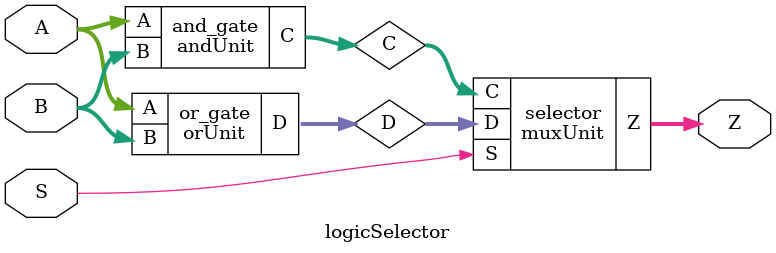
<source format=v>
module andUnit(A,B,C);
    input [7:0] A;
    input [7:0] B;
    output [7:0] C;

assign C = A & B;

endmodule

module orUnit(A,B,D);
    input [7:0] A;
    input [7:0] B;
    output [7:0] D;

assign D = A | B;

endmodule

module muxUnit(C,D,S,Z);
    input [7:0] C;
    input [7:0] D;
    input S;
    output [7:0] Z;

assign Z = S ? D : C;

endmodule

module logicSelector(A,B,S,Z);
    input [7:0] A;
    input [7:0] B;
    input S;
    output [7:0] Z;

wire [7:0] C;
wire [7:0] D;

andUnit and_gate(A, B, C);
orUnit or_gate(A, B, D);
muxUnit selector(C, D, S, Z);

endmodule
</source>
